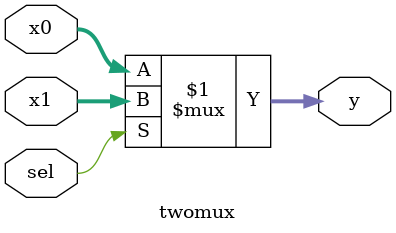
<source format=v>
module twomux (
    input [31:0] x0, 
    input [31:0] x1, 
    input sel, 
    output [31:0] y);
    assign y = sel? x1:x0;
endmodule
</source>
